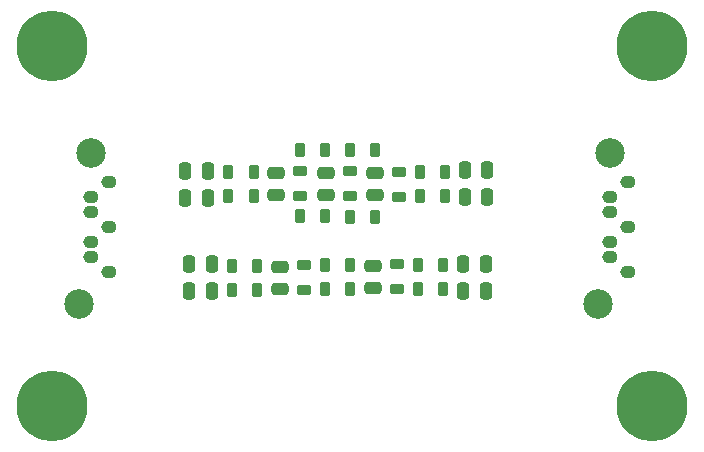
<source format=gbr>
%TF.GenerationSoftware,KiCad,Pcbnew,(5.99.0-10394-g2e15de97e0)*%
%TF.CreationDate,2021-05-18T08:03:29+02:00*%
%TF.ProjectId,BP02,42503032-2e6b-4696-9361-645f70636258,rev?*%
%TF.SameCoordinates,Original*%
%TF.FileFunction,Soldermask,Bot*%
%TF.FilePolarity,Negative*%
%FSLAX46Y46*%
G04 Gerber Fmt 4.6, Leading zero omitted, Abs format (unit mm)*
G04 Created by KiCad (PCBNEW (5.99.0-10394-g2e15de97e0)) date 2021-05-18 08:03:29*
%MOMM*%
%LPD*%
G01*
G04 APERTURE LIST*
G04 Aperture macros list*
%AMRoundRect*
0 Rectangle with rounded corners*
0 $1 Rounding radius*
0 $2 $3 $4 $5 $6 $7 $8 $9 X,Y pos of 4 corners*
0 Add a 4 corners polygon primitive as box body*
4,1,4,$2,$3,$4,$5,$6,$7,$8,$9,$2,$3,0*
0 Add four circle primitives for the rounded corners*
1,1,$1+$1,$2,$3*
1,1,$1+$1,$4,$5*
1,1,$1+$1,$6,$7*
1,1,$1+$1,$8,$9*
0 Add four rect primitives between the rounded corners*
20,1,$1+$1,$2,$3,$4,$5,0*
20,1,$1+$1,$4,$5,$6,$7,0*
20,1,$1+$1,$6,$7,$8,$9,0*
20,1,$1+$1,$8,$9,$2,$3,0*%
G04 Aperture macros list end*
%ADD10C,6.000000*%
%ADD11O,1.300000X1.100000*%
%ADD12C,2.500000*%
%ADD13RoundRect,0.218750X-0.218750X-0.381250X0.218750X-0.381250X0.218750X0.381250X-0.218750X0.381250X0*%
%ADD14RoundRect,0.250000X0.475000X-0.250000X0.475000X0.250000X-0.475000X0.250000X-0.475000X-0.250000X0*%
%ADD15RoundRect,0.250000X0.250000X0.475000X-0.250000X0.475000X-0.250000X-0.475000X0.250000X-0.475000X0*%
%ADD16RoundRect,0.250000X-0.475000X0.250000X-0.475000X-0.250000X0.475000X-0.250000X0.475000X0.250000X0*%
%ADD17RoundRect,0.218750X-0.381250X0.218750X-0.381250X-0.218750X0.381250X-0.218750X0.381250X0.218750X0*%
%ADD18RoundRect,0.218750X0.218750X0.381250X-0.218750X0.381250X-0.218750X-0.381250X0.218750X-0.381250X0*%
%ADD19RoundRect,0.250000X-0.250000X-0.475000X0.250000X-0.475000X0.250000X0.475000X-0.250000X0.475000X0*%
G04 APERTURE END LIST*
D10*
%TO.C,M1*%
X5080000Y35560000D03*
%TD*%
%TO.C,M3*%
X55880000Y5080000D03*
%TD*%
D11*
%TO.C,J1*%
X9849000Y24030000D03*
X8349000Y22760000D03*
X8349000Y21490000D03*
X9849000Y20220000D03*
X8349000Y18950000D03*
X8349000Y17680000D03*
X9849000Y16410000D03*
D12*
X7349000Y13660000D03*
X8349000Y26490000D03*
%TD*%
D11*
%TO.C,J2*%
X53824000Y24030000D03*
X52324000Y22760000D03*
X52324000Y21490000D03*
X53824000Y20220000D03*
X52324000Y18950000D03*
X52324000Y17680000D03*
X53824000Y16410000D03*
D12*
X51324000Y13660000D03*
X52324000Y26490000D03*
%TD*%
D10*
%TO.C,M4*%
X5080000Y5080000D03*
%TD*%
%TO.C,M2*%
X55880000Y35560000D03*
%TD*%
D13*
%TO.C,L10*%
X28147500Y14935200D03*
X30272500Y14935200D03*
%TD*%
D14*
%TO.C,C5*%
X24038600Y22926000D03*
X24038600Y24826000D03*
%TD*%
D13*
%TO.C,L1*%
X20000500Y24832800D03*
X22125500Y24832800D03*
%TD*%
%TO.C,L13*%
X30265900Y26695400D03*
X32390900Y26695400D03*
%TD*%
D15*
%TO.C,C12*%
X41930400Y25019000D03*
X40030400Y25019000D03*
%TD*%
D13*
%TO.C,L18*%
X36209500Y24866600D03*
X38334500Y24866600D03*
%TD*%
D16*
%TO.C,C6*%
X24333200Y16860600D03*
X24333200Y14960600D03*
%TD*%
D17*
%TO.C,L12*%
X34239200Y17064500D03*
X34239200Y14939500D03*
%TD*%
D18*
%TO.C,L19*%
X38334500Y22834600D03*
X36209500Y22834600D03*
%TD*%
D13*
%TO.C,L3*%
X20273500Y16916400D03*
X22398500Y16916400D03*
%TD*%
D17*
%TO.C,L11*%
X30261600Y24934200D03*
X30261600Y22809200D03*
%TD*%
D13*
%TO.C,L15*%
X36046900Y16992600D03*
X38171900Y16992600D03*
%TD*%
D15*
%TO.C,C2*%
X18258100Y22699200D03*
X16358100Y22699200D03*
%TD*%
D16*
%TO.C,C8*%
X32207200Y16952000D03*
X32207200Y15052000D03*
%TD*%
D18*
%TO.C,L2*%
X22125500Y22800800D03*
X20000500Y22800800D03*
%TD*%
D19*
%TO.C,C4*%
X16671600Y14767600D03*
X18571600Y14767600D03*
%TD*%
D15*
%TO.C,C3*%
X18571600Y17053600D03*
X16671600Y17053600D03*
%TD*%
D13*
%TO.C,L9*%
X28147500Y16967200D03*
X30272500Y16967200D03*
%TD*%
D18*
%TO.C,L14*%
X32390900Y21056600D03*
X30265900Y21056600D03*
%TD*%
D17*
%TO.C,L17*%
X34427200Y24913100D03*
X34427200Y22788100D03*
%TD*%
D13*
%TO.C,L16*%
X36046900Y14960600D03*
X38171900Y14960600D03*
%TD*%
%TO.C,L4*%
X20273500Y14884400D03*
X22398500Y14884400D03*
%TD*%
D17*
%TO.C,L5*%
X26070600Y24938500D03*
X26070600Y22813500D03*
%TD*%
D15*
%TO.C,C13*%
X41930400Y22733000D03*
X40030400Y22733000D03*
%TD*%
%TO.C,C10*%
X41793200Y17119600D03*
X39893200Y17119600D03*
%TD*%
D14*
%TO.C,C9*%
X32395200Y22900600D03*
X32395200Y24800600D03*
%TD*%
D19*
%TO.C,C11*%
X39893200Y14833600D03*
X41793200Y14833600D03*
%TD*%
D18*
%TO.C,L8*%
X28174500Y21107400D03*
X26049500Y21107400D03*
%TD*%
D13*
%TO.C,L7*%
X26074900Y26695400D03*
X28199900Y26695400D03*
%TD*%
D14*
%TO.C,C7*%
X28229600Y22921700D03*
X28229600Y24821700D03*
%TD*%
D15*
%TO.C,C1*%
X18258100Y24985200D03*
X16358100Y24985200D03*
%TD*%
D17*
%TO.C,L6*%
X26365200Y16973100D03*
X26365200Y14848100D03*
%TD*%
M02*

</source>
